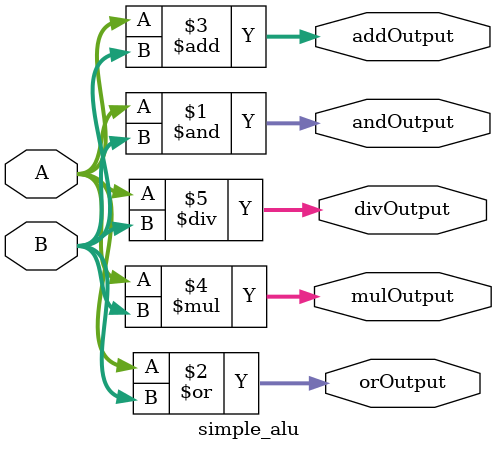
<source format=v>
/* 
--Alternate Code--
module simple_alu(result, A, B, operation);

input[1:0] A; // first input
input[1:0] B; // second input
input[2:0] operation; // input to determine the operation
output[2:0] result; // answer to the operation
reg[2:0] result;

always@(A or B or operation)
	begin
		case(operation)
			3'b000: result = A & B; // AND
			3'b001: result = A | B; // OR
			3'b010: result = A + B; // addition
			3'b011: result = A * B; // multiplication
			3'b100: result = A / B; // division
		endcase
	end
endmodule */

module simple_alu(andOutput, orOutput, addOutput, mulOutput, divOutput, A, B);

input[1:0] A; // first input
input[1:0] B; // second input
output[2:0] andOutput, orOutput, addOutput, mulOutput, divOutput; // answer to the operation

assign andOutput = A & B; // AND
assign orOutput = A | B; // OR
assign addOutput = A + B; // addition
assign mulOutput = A * B; // multiplication
assign divOutput = A / B; // division
	
endmodule 
</source>
